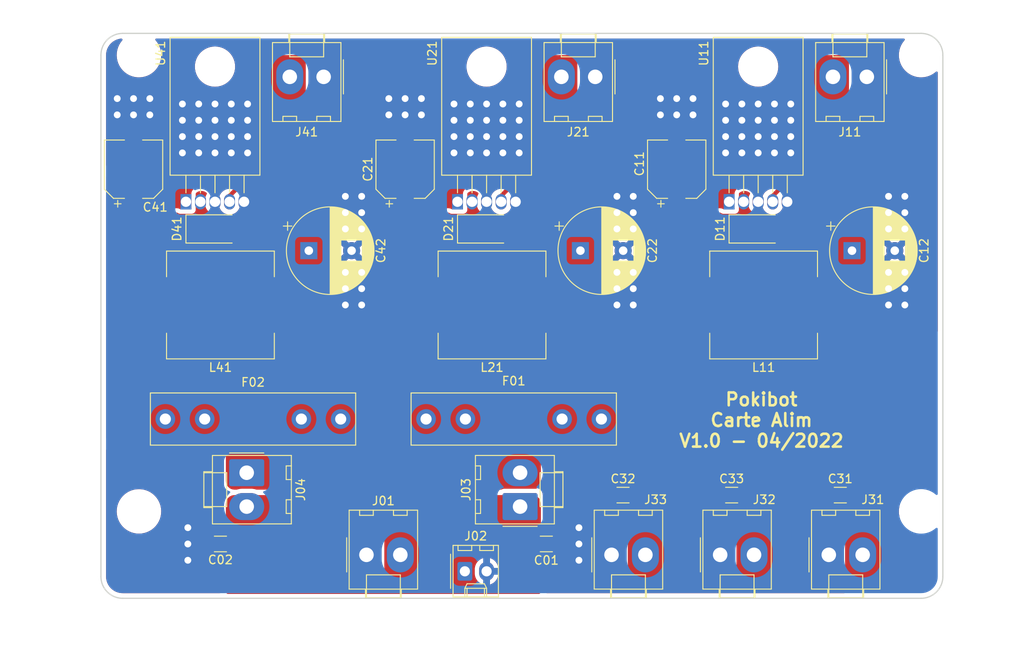
<source format=kicad_pcb>
(kicad_pcb (version 20211014) (generator pcbnew)
  (layers (0 "F.Cu" signal) (31 "B.Cu" signal) (34 "B.Paste" user) (35 "F.Paste" user) (36 "B.SilkS" user "B.Silkscreen") (37 "F.SilkS" user "F.Silkscreen") (38 "B.Mask" user) (39 "F.Mask" user) (44 "Edge.Cuts" user))
  (net 0 "")
  (net 1 "GND")
  (net 2 "Net-(C22-Pad1)")
  (net 3 "Net-(C01-Pad1)")
  (net 4 "Net-(C11-Pad1)")
  (net 5 "Net-(C12-Pad1)")
  (net 6 "Net-(C41-Pad1)")
  (net 7 "Net-(C42-Pad1)")
  (net 8 "Net-(D11-Pad1)")
  (net 9 "Net-(D21-Pad1)")
  (net 10 "Net-(D41-Pad1)")
  (net 11 "Net-(F01-Pad2)")
  (net 12 "Net-(F02-Pad2)")
  (footprint "Inductor_SMD:L_Wuerth_WE-PD-Typ-LS" (layer "F.Cu") (at 99.06 98.425 180)
    (fp_text reference "L41" (at 0 -7.3) (layer "F.SilkS"))
    (fp_text value "100uH")
    (pad "1" smd rect (at -4.95 0 180) (size 2.9 5.4) (layers "F.Cu" "F.Paste" "F.Mask") (net 7 "Net-(C42-Pad1)"))
    (pad "2" smd rect (at 4.95 0 180) (size 2.9 5.4) (layers "F.Cu" "F.Paste" "F.Mask") (net 10 "Net-(D41-Pad1)"))
  )
  (footprint "Connector_Molex:Molex_KK-254_AE-6410-02A_1x02_P2.54mm_Vertical" (layer "F.Cu") (at 127.635 129.56)
    (fp_text reference "J02" (at 1.27 -4.12) (layer "F.SilkS"))
    (fp_text value "Conn_01x02")
    (pad "1" thru_hole roundrect (at 0 0) (size 1.74 2.19) (drill 1.19) (layers *.Cu *.Mask) (roundrect_rratio 0.143678) (net 3 "Net-(C01-Pad1)"))
    (pad "2" thru_hole oval (at 2.54 0) (size 1.74 2.19) (drill 1.19) (layers *.Cu *.Mask) (net 1 "GND"))
  )
  (footprint "Capacitor_SMD:C_1206_3216Metric_Pad1.33x1.80mm_HandSolder" (layer "F.Cu") (at 171.525 120.65 180)
    (fp_text reference "C31" (at 0 1.905) (layer "F.SilkS"))
    (fp_text value "1uF")
    (pad "1" smd roundrect (at -1.5625 0 180) (size 1.325 1.8) (layers "F.Cu" "F.Paste" "F.Mask") (roundrect_rratio 0.188679) (net 4 "Net-(C11-Pad1)"))
    (pad "2" smd roundrect (at 1.5625 0 180) (size 1.325 1.8) (layers "F.Cu" "F.Paste" "F.Mask") (roundrect_rratio 0.188679) (net 1 "GND"))
  )
  (footprint "Capacitor_SMD:C_1206_3216Metric_Pad1.33x1.80mm_HandSolder" (layer "F.Cu") (at 146.125 120.65 180)
    (fp_text reference "C32" (at 0 1.905) (layer "F.SilkS"))
    (fp_text value "1uF")
    (pad "1" smd roundrect (at -1.5625 0 180) (size 1.325 1.8) (layers "F.Cu" "F.Paste" "F.Mask") (roundrect_rratio 0.188679) (net 4 "Net-(C11-Pad1)"))
    (pad "2" smd roundrect (at 1.5625 0 180) (size 1.325 1.8) (layers "F.Cu" "F.Paste" "F.Mask") (roundrect_rratio 0.188679) (net 1 "GND"))
  )
  (footprint "MountingHole:MountingHole_3.2mm_M3" (layer "F.Cu") (at 180.975 122.555)
    (fp_text reference "REF**" hide)
    (fp_text value "MountingHole_3.2mm_M3")
    (pad "" np_thru_hole circle (at 0 0) (size 3.2 3.2) (drill 3.2) (layers F&B.Cu *.Mask) (clearance 1))
  )
  (footprint "MountingHole:MountingHole_3.2mm_M3" (layer "F.Cu") (at 89.535 122.555)
    (fp_text reference "REF**" hide)
    (fp_text value "MountingHole_3.2mm_M3")
    (pad "" np_thru_hole circle (at 0 0) (size 3.2 3.2) (drill 3.2) (layers F&B.Cu *.Mask) (clearance 1))
  )
  (footprint "Connector_Molex:Molex_KK-396_A-41791-0002_1x02_P3.96mm_Vertical" (layer "F.Cu") (at 170.18 127.635)
    (fp_text reference "J31" (at 5.155 -6.455) (layer "F.SilkS"))
    (fp_text value "Conn_01x02")
    (pad "1" thru_hole roundrect (at 0 0) (size 3.16 4.1) (drill 1.7) (layers *.Cu *.Mask) (roundrect_rratio 0.079114) (net 1 "GND"))
    (pad "2" thru_hole oval (at 3.96 0) (size 3.16 4.1) (drill 1.7) (layers *.Cu *.Mask) (net 4 "Net-(C11-Pad1)"))
  )
  (footprint "Package_TO_SOT_THT:TO-220F-5_Horizontal_TabDown" (layer "F.Cu") (at 95.025 86.36)
    (fp_text reference "U41" (at -2.95 -17.355 90) (layer "F.SilkS"))
    (fp_text value "LM2576HVS-5")
    (pad "" np_thru_hole oval (at 3.4 -15.8) (size 3.5 3.5) (drill 3.5) (layers *.Cu *.Mask))
    (pad "1" thru_hole rect (at 0 0) (size 1.275 1.8) (drill 1.2) (layers *.Cu *.Mask) (net 6 "Net-(C41-Pad1)"))
    (pad "2" thru_hole oval (at 1.7 0) (size 1.275 1.8) (drill 1.2) (layers *.Cu *.Mask) (net 10 "Net-(D41-Pad1)"))
    (pad "3" thru_hole oval (at 3.4 0) (size 1.275 1.8) (drill 1.2) (layers *.Cu *.Mask) (net 1 "GND"))
    (pad "4" thru_hole oval (at 5.1 0) (size 1.275 1.8) (drill 1.2) (layers *.Cu *.Mask) (net 7 "Net-(C42-Pad1)"))
    (pad "5" thru_hole oval (at 6.8 0) (size 1.275 1.8) (drill 1.2) (layers *.Cu *.Mask) (net 1 "GND"))
  )
  (footprint "Capacitor_SMD:CP_Elec_6.3x3.9" (layer "F.Cu") (at 88.9 82.55 90)
    (fp_text reference "C41" (at -4.445 2.54 180) (layer "F.SilkS"))
    (fp_text value "100uF")
    (pad "1" smd roundrect (at -2.7 0 90) (size 3.5 1.6) (layers "F.Cu" "F.Paste" "F.Mask") (roundrect_rratio 0.15625) (net 6 "Net-(C41-Pad1)"))
    (pad "2" smd roundrect (at 2.7 0 90) (size 3.5 1.6) (layers "F.Cu" "F.Paste" "F.Mask") (roundrect_rratio 0.15625) (net 1 "GND"))
  )
  (footprint "Inductor_SMD:L_Wuerth_WE-PD-Typ-LS" (layer "F.Cu") (at 162.56 98.425 180)
    (fp_text reference "L11" (at 0 -7.3) (layer "F.SilkS"))
    (fp_text value "100uH")
    (pad "1" smd rect (at -4.95 0 180) (size 2.9 5.4) (layers "F.Cu" "F.Paste" "F.Mask") (net 5 "Net-(C12-Pad1)"))
    (pad "2" smd rect (at 4.95 0 180) (size 2.9 5.4) (layers "F.Cu" "F.Paste" "F.Mask") (net 8 "Net-(D11-Pad1)"))
  )
  (footprint "Connector_Molex:Molex_KK-396_A-41791-0002_1x02_P3.96mm_Vertical" (layer "F.Cu") (at 144.78 127.635)
    (fp_text reference "J33" (at 5.155 -6.455) (layer "F.SilkS"))
    (fp_text value "Conn_01x02")
    (pad "1" thru_hole roundrect (at 0 0) (size 3.16 4.1) (drill 1.7) (layers *.Cu *.Mask) (roundrect_rratio 0.079114) (net 1 "GND"))
    (pad "2" thru_hole oval (at 3.96 0) (size 3.16 4.1) (drill 1.7) (layers *.Cu *.Mask) (net 4 "Net-(C11-Pad1)"))
  )
  (footprint "Capacitor_SMD:C_1206_3216Metric_Pad1.33x1.80mm_HandSolder" (layer "F.Cu") (at 99.06 126.365 180)
    (fp_text reference "C02" (at 0 -1.85) (layer "F.SilkS"))
    (fp_text value "1uF")
    (pad "1" smd roundrect (at -1.5625 0 180) (size 1.325 1.8) (layers "F.Cu" "F.Paste" "F.Mask") (roundrect_rratio 0.188679) (net 3 "Net-(C01-Pad1)"))
    (pad "2" smd roundrect (at 1.5625 0 180) (size 1.325 1.8) (layers "F.Cu" "F.Paste" "F.Mask") (roundrect_rratio 0.188679) (net 1 "GND"))
  )
  (footprint "Diode_SMD:D_SMA" (layer "F.Cu") (at 130.175 89.535)
    (fp_text reference "D21" (at -4.445 0 90) (layer "F.SilkS"))
    (fp_text value "CDBA540")
    (pad "1" smd rect (at -2 0) (size 2.5 1.8) (layers "F.Cu" "F.Paste" "F.Mask") (net 9 "Net-(D21-Pad1)"))
    (pad "2" smd rect (at 2 0) (size 2.5 1.8) (layers "F.Cu" "F.Paste" "F.Mask") (net 1 "GND"))
  )
  (footprint "Fuse:Fuseholder_Littelfuse_100_series_5x20mm" (layer "F.Cu") (at 92.62 111.76)
    (fp_text reference "F02" (at 10.25 -4.3 unlocked) (layer "F.SilkS"))
    (fp_text value "T1A")
    (pad "1" thru_hole circle (at 4.6 0) (size 2.3 2.3) (drill 1.3) (layers *.Cu *.Mask) (net 6 "Net-(C41-Pad1)"))
    (pad "1" thru_hole circle (at 0 0) (size 2.3 2.3) (drill 1.3) (layers *.Cu *.Mask) (net 6 "Net-(C41-Pad1)"))
    (pad "2" thru_hole circle (at 20.5 0) (size 2.3 2.3) (drill 1.3) (layers *.Cu *.Mask) (net 12 "Net-(F02-Pad2)"))
    (pad "2" thru_hole circle (at 15.9 0) (size 2.3 2.3) (drill 1.3) (layers *.Cu *.Mask) (net 12 "Net-(F02-Pad2)"))
  )
  (footprint "Connector_Molex:Molex_KK-396_A-41791-0002_1x02_P3.96mm_Vertical" (layer "F.Cu") (at 116.13 127.635)
    (fp_text reference "J01" (at 1.98 -6.31) (layer "F.SilkS"))
    (fp_text value "Conn_01x02")
    (pad "1" thru_hole roundrect (at 0 0) (size 3.16 4.1) (drill 1.7) (layers *.Cu *.Mask) (roundrect_rratio 0.079114) (net 1 "GND"))
    (pad "2" thru_hole oval (at 3.96 0) (size 3.16 4.1) (drill 1.7) (layers *.Cu *.Mask) (net 3 "Net-(C01-Pad1)"))
  )
  (footprint "Capacitor_SMD:C_1206_3216Metric_Pad1.33x1.80mm_HandSolder" (layer "F.Cu") (at 137.16 126.365)
    (fp_text reference "C01" (at 0 1.905) (layer "F.SilkS"))
    (fp_text value "1uF")
    (pad "1" smd roundrect (at -1.5625 0) (size 1.325 1.8) (layers "F.Cu" "F.Paste" "F.Mask") (roundrect_rratio 0.188679) (net 3 "Net-(C01-Pad1)"))
    (pad "2" smd roundrect (at 1.5625 0) (size 1.325 1.8) (layers "F.Cu" "F.Paste" "F.Mask") (roundrect_rratio 0.188679) (net 1 "GND"))
  )
  (footprint "Package_TO_SOT_THT:TO-220F-5_Horizontal_TabDown" (layer "F.Cu") (at 126.775 86.36)
    (fp_text reference "U21" (at -2.95 -17.355 90) (layer "F.SilkS"))
    (fp_text value "LM2576HVS-12")
    (pad "" np_thru_hole oval (at 3.4 -15.8) (size 3.5 3.5) (drill 3.5) (layers *.Cu *.Mask))
    (pad "1" thru_hole rect (at 0 0) (size 1.275 1.8) (drill 1.2) (layers *.Cu *.Mask) (net 4 "Net-(C11-Pad1)"))
    (pad "2" thru_hole oval (at 1.7 0) (size 1.275 1.8) (drill 1.2) (layers *.Cu *.Mask) (net 9 "Net-(D21-Pad1)"))
    (pad "3" thru_hole oval (at 3.4 0) (size 1.275 1.8) (drill 1.2) (layers *.Cu *.Mask) (net 1 "GND"))
    (pad "4" thru_hole oval (at 5.1 0) (size 1.275 1.8) (drill 1.2) (layers *.Cu *.Mask) (net 2 "Net-(C22-Pad1)"))
    (pad "5" thru_hole oval (at 6.8 0) (size 1.275 1.8) (drill 1.2) (layers *.Cu *.Mask) (net 1 "GND"))
  )
  (footprint "Connector_Molex:Molex_KK-396_A-41791-0002_1x02_P3.96mm_Vertical" (layer "F.Cu") (at 102.13 118.035 -90)
    (fp_text reference "J04" (at 1.98 -6.31 90) (layer "F.SilkS"))
    (fp_text value "Conn_01x02")
    (pad "1" thru_hole roundrect (at 0 0 270) (size 3.16 4.1) (drill 1.7) (layers *.Cu *.Mask) (roundrect_rratio 0.079114) (net 12 "Net-(F02-Pad2)"))
    (pad "2" thru_hole oval (at 3.96 0 270) (size 3.16 4.1) (drill 1.7) (layers *.Cu *.Mask) (net 3 "Net-(C01-Pad1)"))
  )
  (footprint "Fuse:Fuseholder_Littelfuse_100_series_5x20mm" (layer "F.Cu") (at 143.6 111.76 180)
    (fp_text reference "F01" (at 10.25 4.445 unlocked) (layer "F.SilkS"))
    (fp_text value "T15A")
    (pad "1" thru_hole circle (at 0 0 180) (size 2.3 2.3) (drill 1.3) (layers *.Cu *.Mask) (net 4 "Net-(C11-Pad1)"))
    (pad "1" thru_hole circle (at 4.6 0 180) (size 2.3 2.3) (drill 1.3) (layers *.Cu *.Mask) (net 4 "Net-(C11-Pad1)"))
    (pad "2" thru_hole circle (at 20.5 0 180) (size 2.3 2.3) (drill 1.3) (layers *.Cu *.Mask) (net 11 "Net-(F01-Pad2)"))
    (pad "2" thru_hole circle (at 15.9 0 180) (size 2.3 2.3) (drill 1.3) (layers *.Cu *.Mask) (net 11 "Net-(F01-Pad2)"))
  )
  (footprint "Capacitor_THT:CP_Radial_D10.0mm_P5.00mm" (layer "F.Cu") (at 172.892323 92.075)
    (fp_text reference "C12" (at 8.427323 0 90) (layer "F.SilkS"))
    (fp_text value "1000uF")
    (pad "1" thru_hole rect (at 0 0) (size 2 2) (drill 1) (layers *.Cu *.Mask) (net 5 "Net-(C12-Pad1)"))
    (pad "2" thru_hole circle (at 5 0) (size 2 2) (drill 1) (layers *.Cu *.Mask) (net 1 "GND"))
  )
  (footprint "Capacitor_SMD:C_1206_3216Metric_Pad1.33x1.80mm_HandSolder" (layer "F.Cu") (at 158.825 120.65 180)
    (fp_text reference "C33" (at 0 1.905) (layer "F.SilkS"))
    (fp_text value "1uF")
    (pad "1" smd roundrect (at -1.5625 0 180) (size 1.325 1.8) (layers "F.Cu" "F.Paste" "F.Mask") (roundrect_rratio 0.188679) (net 4 "Net-(C11-Pad1)"))
    (pad "2" smd roundrect (at 1.5625 0 180) (size 1.325 1.8) (layers "F.Cu" "F.Paste" "F.Mask") (roundrect_rratio 0.188679) (net 1 "GND"))
  )
  (footprint "Package_TO_SOT_THT:TO-220F-5_Horizontal_TabDown" (layer "F.Cu") (at 158.525 86.36)
    (fp_text reference "U11" (at -2.95 -17.355 90) (layer "F.SilkS"))
    (fp_text value "LM2576HVS-5")
    (pad "" np_thru_hole oval (at 3.4 -15.8) (size 3.5 3.5) (drill 3.5) (layers *.Cu *.Mask))
    (pad "1" thru_hole rect (at 0 0) (size 1.275 1.8) (drill 1.2) (layers *.Cu *.Mask) (net 4 "Net-(C11-Pad1)"))
    (pad "2" thru_hole oval (at 1.7 0) (size 1.275 1.8) (drill 1.2) (layers *.Cu *.Mask) (net 8 "Net-(D11-Pad1)"))
    (pad "3" thru_hole oval (at 3.4 0) (size 1.275 1.8) (drill 1.2) (layers *.Cu *.Mask) (net 1 "GND"))
    (pad "4" thru_hole oval (at 5.1 0) (size 1.275 1.8) (drill 1.2) (layers *.Cu *.Mask) (net 5 "Net-(C12-Pad1)"))
    (pad "5" thru_hole oval (at 6.8 0) (size 1.275 1.8) (drill 1.2) (layers *.Cu *.Mask) (net 1 "GND"))
  )
  (footprint "Diode_SMD:D_SMA" (layer "F.Cu") (at 161.925 89.535)
    (fp_text reference "D11" (at -4.445 0 90) (layer "F.SilkS"))
    (fp_text value "CDBA540")
    (pad "1" smd rect (at -2 0) (size 2.5 1.8) (layers "F.Cu" "F.Paste" "F.Mask") (net 8 "Net-(D11-Pad1)"))
    (pad "2" smd rect (at 2 0) (size 2.5 1.8) (layers "F.Cu" "F.Paste" "F.Mask") (net 1 "GND"))
  )
  (footprint "Inductor_SMD:L_Wuerth_WE-PD-Typ-LS" (layer "F.Cu") (at 130.81 98.425 180)
    (fp_text reference "L21" (at 0 -7.3) (layer "F.SilkS"))
    (fp_text value "100uH")
    (pad "1" smd rect (at -4.95 0 180) (size 2.9 5.4) (layers "F.Cu" "F.Paste" "F.Mask") (net 2 "Net-(C22-Pad1)"))
    (pad "2" smd rect (at 4.95 0 180) (size 2.9 5.4) (layers "F.Cu" "F.Paste" "F.Mask") (net 9 "Net-(D21-Pad1)"))
  )
  (footprint "Connector_Molex:Molex_KK-396_A-41791-0002_1x02_P3.96mm_Vertical" (layer "F.Cu") (at 134.09 121.995 90)
    (fp_text reference "J03" (at 1.98 -6.31 90) (layer "F.SilkS"))
    (fp_text value "Conn_01x02")
    (pad "1" thru_hole roundrect (at 0 0 90) (size 3.16 4.1) (drill 1.7) (layers *.Cu *.Mask) (roundrect_rratio 0.079114) (net 3 "Net-(C01-Pad1)"))
    (pad "2" thru_hole oval (at 3.96 0 90) (size 3.16 4.1) (drill 1.7) (layers *.Cu *.Mask) (net 11 "Net-(F01-Pad2)"))
  )
  (footprint "Capacitor_THT:CP_Radial_D10.0mm_P5.00mm" (layer "F.Cu") (at 141.142323 92.075)
    (fp_text reference "C22" (at 8.427323 0 90) (layer "F.SilkS"))
    (fp_text value "1000uF")
    (pad "1" thru_hole rect (at 0 0) (size 2 2) (drill 1) (layers *.Cu *.Mask) (net 2 "Net-(C22-Pad1)"))
    (pad "2" thru_hole circle (at 5 0) (size 2 2) (drill 1) (layers *.Cu *.Mask) (net 1 "GND"))
  )
  (footprint "Capacitor_THT:CP_Radial_D10.0mm_P5.00mm" (layer "F.Cu") (at 109.392323 92.075)
    (fp_text reference "C42" (at 8.427323 0 90) (layer "F.SilkS"))
    (fp_text value "1000uF")
    (pad "1" thru_hole rect (at 0 0) (size 2 2) (drill 1) (layers *.Cu *.Mask) (net 7 "Net-(C42-Pad1)"))
    (pad "2" thru_hole circle (at 5 0) (size 2 2) (drill 1) (layers *.Cu *.Mask) (net 1 "GND"))
  )
  (footprint "Connector_Molex:Molex_KK-396_A-41791-0002_1x02_P3.96mm_Vertical" (layer "F.Cu") (at 174.625 71.755 180)
    (fp_text reference "J11" (at 1.98 -6.455 180) (layer "F.SilkS"))
    (fp_text value "Conn_01x02")
    (pad "1" thru_hole roundrect (at 0 0 180) (size 3.16 4.1) (drill 1.7) (layers *.Cu *.Mask) (roundrect_rratio 0.079114) (net 1 "GND"))
    (pad "2" thru_hole oval (at 3.96 0 180) (size 3.16 4.1) (drill 1.7) (layers *.Cu *.Mask) (net 5 "Net-(C12-Pad1)"))
  )
  (footprint "MountingHole:MountingHole_3.2mm_M3" (layer "F.Cu") (at 180.975 69.215)
    (fp_text reference "REF**" hide)
    (fp_text value "MountingHole_3.2mm_M3")
    (pad "" np_thru_hole circle (at 0 0) (size 3.2 3.2) (drill 3.2) (layers F&B.Cu *.Mask) (clearance 1))
  )
  (footprint "Diode_SMD:D_SMA" (layer "F.Cu") (at 98.425 89.535)
    (fp_text reference "D41" (at -4.445 0 90) (layer "F.SilkS"))
    (fp_text value "CDBA540")
    (pad "1" smd rect (at -2 0) (size 2.5 1.8) (layers "F.Cu" "F.Paste" "F.Mask") (net 10 "Net-(D41-Pad1)"))
    (pad "2" smd rect (at 2 0) (size 2.5 1.8) (layers "F.Cu" "F.Paste" "F.Mask") (net 1 "GND"))
  )
  (footprint "Capacitor_SMD:CP_Elec_6.3x3.9" (layer "F.Cu") (at 152.4 82.55 90)
    (fp_text reference "C11" (at 0.635 -4.35 90) (layer "F.SilkS"))
    (fp_text value "100uF")
    (pad "1" smd roundrect (at -2.7 0 90) (size 3.5 1.6) (layers "F.Cu" "F.Paste" "F.Mask") (roundrect_rratio 0.15625) (net 4 "Net-(C11-Pad1)"))
    (pad "2" smd roundrect (at 2.7 0 90) (size 3.5 1.6) (layers "F.Cu" "F.Paste" "F.Mask") (roundrect_rratio 0.15625) (net 1 "GND"))
  )
  (footprint "Connector_Molex:Molex_KK-396_A-41791-0002_1x02_P3.96mm_Vertical" (layer "F.Cu") (at 111.125 71.755 180)
    (fp_text reference "J41" (at 1.98 -6.455 180) (layer "F.SilkS"))
    (fp_text value "Conn_01x02")
    (pad "1" thru_hole roundrect locked (at 0 0 180) (size 3.16 4.1) (drill 1.7) (layers *.Cu *.Mask) (roundrect_rratio 0.079114) (net 1 "GND"))
    (pad "2" thru_hole oval (at 3.96 0 180) (size 3.16 4.1) (drill 1.7) (layers *.Cu *.Mask) (net 7 "Net-(C42-Pad1)"))
  )
  (footprint "Capacitor_SMD:CP_Elec_6.3x3.9" (layer "F.Cu") (at 120.65 82.55 90)
    (fp_text reference "C21" (at 0 -4.35 90) (layer "F.SilkS"))
    (fp_text value "100uF")
    (pad "1" smd roundrect (at -2.7 0 90) (size 3.5 1.6) (layers "F.Cu" "F.Paste" "F.Mask") (roundrect_rratio 0.15625) (net 4 "Net-(C11-Pad1)"))
    (pad "2" smd roundrect (at 2.7 0 90) (size 3.5 1.6) (layers "F.Cu" "F.Paste" "F.Mask") (roundrect_rratio 0.15625) (net 1 "GND"))
  )
  (footprint "Connector_Molex:Molex_KK-396_A-41791-0002_1x02_P3.96mm_Vertical" (layer "F.Cu") (at 157.48 127.635)
    (fp_text reference "J32" (at 5.155 -6.455) (layer "F.SilkS"))
    (fp_text value "Conn_01x02")
    (pad "1" thru_hole roundrect (at 0 0) (size 3.16 4.1) (drill 1.7) (layers *.Cu *.Mask) (roundrect_rratio 0.079114) (net 1 "GND"))
    (pad "2" thru_hole oval (at 3.96 0) (size 3.16 4.1) (drill 1.7) (layers *.Cu *.Mask) (net 4 "Net-(C11-Pad1)"))
  )
  (footprint "MountingHole:MountingHole_3.2mm_M3" (layer "F.Cu") (at 89.535 69.215)
    (fp_text reference "REF**" hide)
    (fp_text value "MountingHole_3.2mm_M3")
    (pad "" np_thru_hole circle (at 0 0) (size 3.2 3.2) (drill 3.2) (layers F&B.Cu *.Mask) (clearance 1))
  )
  (footprint "Connector_Molex:Molex_KK-396_A-41791-0002_1x02_P3.96mm_Vertical" (layer "F.Cu") (at 142.875 71.755 180)
    (fp_text reference "J21" (at 1.98 -6.455 180) (layer "F.SilkS"))
    (fp_text value "Conn_01x02")
    (pad "1" thru_hole roundrect (at 0 0 180) (size 3.16 4.1) (drill 1.7) (layers *.Cu *.Mask) (roundrect_rratio 0.079114) (net 1 "GND"))
    (pad "2" thru_hole oval (at 3.96 0 180) (size 3.16 4.1) (drill 1.7) (layers *.Cu *.Mask) (net 2 "Net-(C22-Pad1)"))
  )
  (gr_line (start 183.514999 130.175001) (end 183.514999 69.215001) (layer "Edge.Cuts") (width 0.15))
  (gr_arc (start 183.515 130.175) (mid 182.771051 131.971051) (end 180.975 132.715) (layer "Edge.Cuts") (width 0.15))
  (gr_line (start 180.975 66.675) (end 87.63 66.675) (layer "Edge.Cuts") (width 0.15))
  (gr_line (start 87.63 132.715) (end 180.975 132.715) (layer "Edge.Cuts") (width 0.15))
  (gr_arc (start 180.975 66.675) (mid 182.771051 67.418949) (end 183.515 69.215) (layer "Edge.Cuts") (width 0.15))
  (gr_line (start 85.09 69.215) (end 85.09 130.175) (layer "Edge.Cuts") (width 0.15))
  (gr_arc (start 85.09 69.215) (mid 85.833949 67.418949) (end 87.63 66.675) (layer "Edge.Cuts") (width 0.15))
  (gr_arc (start 87.63 132.715) (mid 85.833949 131.971051) (end 85.09 130.175) (layer "Edge.Cuts") (width 0.15))
  (gr_text "Pokibot\nCarte Alim\nV1.0 - 04/2022" (at 162.306 111.887) (layer "F.SilkS") (effects (font (size 1.5 1.5) (thickness 0.3))))
  (via (at 118.745 76.2) (size 1.6) (drill 0.8) (layers "F.Cu" "B.Cu") (net 1))
  (via (at 140.97 128.27) (size 1.6) (drill 0.8) (layers "F.Cu" "B.Cu") (net 1))
  (via (at 161.925 80.645) (size 1.6) (drill 0.8) (layers "F.Cu" "B.Cu") (net 1))
  (via (at 126.365 78.74) (size 1.6) (drill 0.8) (layers "F.Cu" "B.Cu") (net 1))
  (via (at 113.665 96.52) (size 1.6) (drill 0.8) (layers "F.Cu" "B.Cu") (net 1))
  (via (at 90.805 76.2) (size 1.6) (drill 0.8) (layers "F.Cu" "B.Cu") (net 1))
  (via (at 165.735 80.645) (size 1.6) (drill 0.8) (layers "F.Cu" "B.Cu") (net 1))
  (via (at 128.27 74.93) (size 1.6) (drill 0.8) (layers "F.Cu" "B.Cu") (net 1))
  (via (at 179.07 94.615) (size 1.6) (drill 0.8) (layers "F.Cu" "B.Cu") (net 1))
  (via (at 163.83 80.645) (size 1.6) (drill 0.8) (layers "F.Cu" "B.Cu") (net 1))
  (via (at 147.32 85.725) (size 1.6) (drill 0.8) (layers "F.Cu" "B.Cu") (net 1))
  (via (at 95.25 126.365) (size 1.6) (drill 0.8) (layers "F.Cu" "B.Cu") (net 1))
  (via (at 163.83 78.74) (size 1.6) (drill 0.8) (layers "F.Cu" "B.Cu") (net 1))
  (via (at 132.08 74.93) (size 1.6) (drill 0.8) (layers "F.Cu" "B.Cu") (net 1))
  (via (at 130.175 76.835) (size 1.6) (drill 0.8) (layers "F.Cu" "B.Cu") (net 1))
  (via (at 163.83 76.835) (size 1.6) (drill 0.8) (layers "F.Cu" "B.Cu") (net 1))
  (via (at 177.165 96.52) (size 1.6) (drill 0.8) (layers "F.Cu" "B.Cu") (net 1))
  (via (at 179.07 87.63) (size 1.6) (drill 0.8) (layers "F.Cu" "B.Cu") (net 1))
  (via (at 96.52 78.74) (size 1.6) (drill 0.8) (layers "F.Cu" "B.Cu") (net 1))
  (via (at 95.25 124.46) (size 1.6) (drill 0.8) (layers "F.Cu" "B.Cu") (net 1))
  (via (at 130.175 80.645) (size 1.6) (drill 0.8) (layers "F.Cu" "B.Cu") (net 1))
  (via (at 132.08 78.74) (size 1.6) (drill 0.8) (layers "F.Cu" "B.Cu") (net 1))
  (via (at 100.33 80.645) (size 1.6) (drill 0.8) (layers "F.Cu" "B.Cu") (net 1))
  (via (at 102.235 74.93) (size 1.6) (drill 0.8) (layers "F.Cu" "B.Cu") (net 1))
  (via (at 98.425 80.645) (size 1.6) (drill 0.8) (layers "F.Cu" "B.Cu") (net 1))
  (via (at 86.995 76.2) (size 1.6) (drill 0.8) (layers "F.Cu" "B.Cu") (net 1))
  (via (at 94.615 76.835) (size 1.6) (drill 0.8) (layers "F.Cu" "B.Cu") (net 1))
  (via (at 113.665 94.615) (size 1.6) (drill 0.8) (layers "F.Cu" "B.Cu") (net 1))
  (via (at 115.57 87.63) (size 1.6) (drill 0.8) (layers "F.Cu" "B.Cu") (net 1))
  (via (at 133.985 78.74) (size 1.6) (drill 0.8) (layers "F.Cu" "B.Cu") (net 1))
  (via (at 147.32 87.63) (size 1.6) (drill 0.8) (layers "F.Cu" "B.Cu") (net 1))
  (via (at 126.365 80.645) (size 1.6) (drill 0.8) (layers "F.Cu" "B.Cu") (net 1))
  (via (at 128.27 78.74) (size 1.6) (drill 0.8) (layers "F.Cu" "B.Cu") (net 1))
  (via (at 158.115 80.645) (size 1.6) (drill 0.8) (layers "F.Cu" "B.Cu") (net 1))
  (via (at 100.33 76.835) (size 1.6) (drill 0.8) (layers "F.Cu" "B.Cu") (net 1))
  (via (at 120.65 74.295) (size 1.6) (drill 0.8) (layers "F.Cu" "B.Cu") (net 1))
  (via (at 160.02 74.93) (size 1.6) (drill 0.8) (layers "F.Cu" "B.Cu") (net 1))
  (via (at 88.9 76.2) (size 1.6) (drill 0.8) (layers "F.Cu" "B.Cu") (net 1))
  (via (at 160.02 80.645) (size 1.6) (drill 0.8) (layers "F.Cu" "B.Cu") (net 1))
  (via (at 102.235 78.74) (size 1.6) (drill 0.8) (layers "F.Cu" "B.Cu") (net 1))
  (via (at 118.745 74.295) (size 1.6) (drill 0.8) (layers "F.Cu" "B.Cu") (net 1))
  (via (at 152.4 76.2) (size 1.6) (drill 0.8) (layers "F.Cu" "B.Cu") (net 1))
  (via (at 88.9 74.295) (size 1.6) (drill 0.8) (layers "F.Cu" "B.Cu") (net 1))
  (via (at 100.33 74.93) (size 1.6) (drill 0.8) (layers "F.Cu" "B.Cu") (net 1))
  (via (at 150.495 76.2) (size 1.6) (drill 0.8) (layers "F.Cu" "B.Cu") (net 1))
  (via (at 102.235 80.645) (size 1.6) (drill 0.8) (layers "F.Cu" "B.Cu") (net 1))
  (via (at 140.97 126.365) (size 1.6) (drill 0.8) (layers "F.Cu" "B.Cu") (net 1))
  (via (at 179.07 96.52) (size 1.6) (drill 0.8) (layers "F.Cu" "B.Cu") (net 1))
  (via (at 126.365 74.93) (size 1.6) (drill 0.8) (layers "F.Cu" "B.Cu") (net 1))
  (via (at 96.52 74.93) (size 1.6) (drill 0.8) (layers "F.Cu" "B.Cu") (net 1))
  (via (at 152.4 74.295) (size 1.6) (drill 0.8) (layers "F.Cu" "B.Cu") (net 1))
  (via (at 165.735 78.74) (size 1.6) (drill 0.8) (layers "F.Cu" "B.Cu") (net 1))
  (via (at 113.665 89.535) (size 1.6) (drill 0.8) (layers "F.Cu" "B.Cu") (net 1))
  (via (at 145.415 85.725) (size 1.6) (drill 0.8) (layers "F.Cu" "B.Cu") (net 1))
  (via (at 133.985 76.835) (size 1.6) (drill 0.8) (layers "F.Cu" "B.Cu") (net 1))
  (via (at 179.07 85.725) (size 1.6) (drill 0.8) (layers "F.Cu" "B.Cu") (net 1))
  (via (at 128.27 80.645) (size 1.6) (drill 0.8) (layers "F.Cu" "B.Cu") (net 1))
  (via (at 102.235 76.835) (size 1.6) (drill 0.8) (layers "F.Cu" "B.Cu") (net 1))
  (via (at 147.32 94.615) (size 1.6) (drill 0.8) (layers "F.Cu" "B.Cu") (net 1))
  (via (at 122.555 74.295) (size 1.6) (drill 0.8) (layers "F.Cu" "B.Cu") (net 1))
  (via (at 147.32 98.425) (size 1.6) (drill 0.8) (layers "F.Cu" "B.Cu") (net 1))
  (via (at 90.805 74.295) (size 1.6) (drill 0.8) (layers "F.Cu" "B.Cu") (net 1))
  (via (at 132.08 76.835) (size 1.6) (drill 0.8) (layers "F.Cu" "B.Cu") (net 1))
  (via (at 145.415 87.63) (size 1.6) (drill 0.8) (layers "F.Cu" "B.Cu") (net 1))
  (via (at 96.52 80.645) (size 1.6) (drill 0.8) (layers "F.Cu" "B.Cu") (net 1))
  (via (at 96.52 76.835) (size 1.6) (drill 0.8) (layers "F.Cu" "B.Cu") (net 1))
  (via (at 161.925 78.74) (size 1.6) (drill 0.8) (layers "F.Cu" "B.Cu") (net 1))
  (via (at 154.305 74.295) (size 1.6) (drill 0.8) (layers "F.Cu" "B.Cu") (net 1))
  (via (at 130.175 74.93) (size 1.6) (drill 0.8) (layers "F.Cu" "B.Cu") (net 1))
  (via (at 179.07 89.535) (size 1.6) (drill 0.8) (layers "F.Cu" "B.Cu") (net 1))
  (via (at 115.57 96.52) (size 1.6) (drill 0.8) (layers "F.Cu" "B.Cu") (net 1))
  (via (at 115.57 94.615) (size 1.6) (drill 0.8) (layers "F.Cu" "B.Cu") (net 1))
  (via (at 147.32 89.535) (size 1.6) (drill 0.8) (layers "F.Cu" "B.Cu") (net 1))
  (via (at 115.57 85.725) (size 1.6) (drill 0.8) (layers "F.Cu" "B.Cu") (net 1))
  (via (at 179.07 98.425) (size 1.6) (drill 0.8) (layers "F.Cu" "B.Cu") (net 1))
  (via (at 145.415 98.425) (size 1.6) (drill 0.8) (layers "F.Cu" "B.Cu") (net 1))
  (via (at 145.415 96.52) (size 1.6) (drill 0.8) (layers "F.Cu" "B.Cu") (net 1))
  (via (at 115.57 89.535) (size 1.6) (drill 0.8) (layers "F.Cu" "B.Cu") (net 1))
  (via (at 133.985 74.93) (size 1.6) (drill 0.8) (layers "F.Cu" "B.Cu") (net 1))
  (via (at 86.995 74.295) (size 1.6) (drill 0.8) (layers "F.Cu" "B.Cu") (net 1))
  (via (at 177.165 89.535) (size 1.6) (drill 0.8) (layers "F.Cu" "B.Cu") (net 1))
  (via (at 160.02 76.835) (size 1.6) (drill 0.8) (layers "F.Cu" "B.Cu") (net 1))
  (via (at 154.305 76.2) (size 1.6) (drill 0.8) (layers "F.Cu" "B.Cu") (net 1))
  (via (at 177.165 94.615) (size 1.6) (drill 0.8) (layers "F.Cu" "B.Cu") (net 1))
  (via (at 94.615 74.93) (size 1.6) (drill 0.8) (layers "F.Cu" "B.Cu") (net 1))
  (via (at 113.665 87.63) (size 1.6) (drill 0.8) (layers "F.Cu" "B.Cu") (net 1))
  (via (at 113.665 85.725) (size 1.6) (drill 0.8) (layers "F.Cu" "B.Cu") (net 1))
  (via (at 150.495 74.295) (size 1.6) (drill 0.8) (layers "F.Cu" "B.Cu") (net 1))
  (via (at 120.65 76.2) (size 1.6) (drill 0.8) (layers "F.Cu" "B.Cu") (net 1))
  (via (at 158.115 76.835) (size 1.6) (drill 0.8) (layers "F.Cu" "B.Cu") (net 1))
  (via (at 147.32 96.52) (size 1.6) (drill 0.8) (layers "F.Cu" "B.Cu") (net 1))
  (via (at 94.615 80.645) (size 1.6) (drill 0.8) (layers "F.Cu" "B.Cu") (net 1))
  (via (at 126.365 76.835) (size 1.6) (drill 0.8) (layers "F.Cu" "B.Cu") (net 1))
  (via (at 145.415 94.615) (size 1.6) (drill 0.8) (layers "F.Cu" "B.Cu") (net 1))
  (via (at 161.925 74.93) (size 1.6) (drill 0.8) (layers "F.Cu" "B.Cu") (net 1))
  (via (at 160.02 78.74) (size 1.6) (drill 0.8) (layers "F.Cu" "B.Cu") (net 1))
  (via (at 140.97 124.46) (size 1.6) (drill 0.8) (layers "F.Cu" "B.Cu") (net 1))
  (via (at 98.425 74.93) (size 1.6) (drill 0.8) (layers "F.Cu" "B.Cu") (net 1))
  (via (at 177.165 98.425) (size 1.6) (drill 0.8) (layers "F.Cu" "B.Cu") (net 1))
  (via (at 128.27 76.835) (size 1.6) (drill 0.8) (layers "F.Cu" "B.Cu") (net 1))
  (via (at 115.57 98.425) (size 1.6) (drill 0.8) (layers "F.Cu" "B.Cu") (net 1))
  (via (at 132.08 80.645) (size 1.6) (drill 0.8) (layers "F.Cu" "B.Cu") (net 1))
  (via (at 133.985 80.645) (size 1.6) (drill 0.8) (layers "F.Cu" "B.Cu") (net 1))
  (via (at 158.115 74.93) (size 1.6) (drill 0.8) (layers "F.Cu" "B.Cu") (net 1))
  (via (at 94.615 78.74) (size 1.6) (drill 0.8) (layers "F.Cu" "B.Cu") (net 1))
  (via (at 145.415 89.535) (size 1.6) (drill 0.8) (layers "F.Cu" "B.Cu") (net 1))
  (via (at 165.735 74.93) (size 1.6) (drill 0.8) (layers "F.Cu" "B.Cu") (net 1))
  (via (at 130.175 78.74) (size 1.6) (drill 0.8) (layers "F.Cu" "B.Cu") (net 1))
  (via (at 165.735 76.835) (size 1.6) (drill 0.8) (layers "F.Cu" "B.Cu") (net 1))
  (via (at 98.425 78.74) (size 1.6) (drill 0.8) (layers "F.Cu" "B.Cu") (net 1))
  (via (at 177.165 87.63) (size 1.6) (drill 0.8) (layers "F.Cu" "B.Cu") (net 1))
  (via (at 95.25 128.27) (size 1.6) (drill 0.8) (layers "F.Cu" "B.Cu") (net 1))
  (via (at 113.665 98.425) (size 1.6) (drill 0.8) (layers "F.Cu" "B.Cu") (net 1))
  (via (at 122.555 76.2) (size 1.6) (drill 0.8) (layers "F.Cu" "B.Cu") (net 1))
  (via (at 158.115 78.74) (size 1.6) (drill 0.8) (layers "F.Cu" "B.Cu") (net 1))
  (via (at 98.425 76.835) (size 1.6) (drill 0.8) (layers "F.Cu" "B.Cu") (net 1))
  (via (at 177.165 85.725) (size 1.6) (drill 0.8) (layers "F.Cu" "B.Cu") (net 1))
  (via (at 163.83 74.93) (size 1.6) (drill 0.8) (layers "F.Cu" "B.Cu") (net 1))
  (via (at 100.33 78.74) (size 1.6) (drill 0.8) (layers "F.Cu" "B.Cu") (net 1))
  (via (at 161.925 76.835) (size 1.6) (drill 0.8) (layers "F.Cu" "B.Cu") (net 1))
  (segment (start 133.7275 83.82) (end 136.525 83.82) (width 0.5) (layer "F.Cu") (net 2))
  (segment (start 131.875 85.6725) (end 133.7275 83.82) (width 0.5) (layer "F.Cu") (net 2))
  (segment (start 131.875 85.935) (end 131.875 85.6725) (width 0.5) (layer "F.Cu") (net 2))
  (segment (start 165.4775 83.82) (end 168.275 83.82) (width 0.5) (layer "F.Cu") (net 5))
  (segment (start 163.625 85.6725) (end 165.4775 83.82) (width 0.5) (layer "F.Cu") (net 5))
  (segment (start 163.625 85.935) (end 163.625 85.6725) (width 0.5) (layer "F.Cu") (net 5))
  (segment (start 101.9775 83.82) (end 104.775 83.82) (width 0.5) (layer "F.Cu") (net 7))
  (segment (start 100.125 85.6725) (end 101.9775 83.82) (width 0.5) (layer "F.Cu") (net 7))
  (segment (start 100.125 85.935) (end 100.125 85.6725) (width 0.5) (layer "F.Cu") (net 7))
  (zone (net 11) (net_name "Net-(F01-Pad2)") (layer "F.Cu") (priority 2) (connect_pads yes (clearance 0.508)) (min_thickness 0.254) (fill yes (thermal_gap 0.508) (thermal_bridge_width 0.508) (smoothing fillet) (radius 1))
    (polygon (pts (xy 136.525 108.585) (xy 136.525 120.015) (xy 120.65 120.015) (xy 120.65 108.585)))
  )
  (zone (net 12) (net_name "Net-(F02-Pad2)") (layer "F.Cu") (priority 2) (connect_pads yes (clearance 0.508)) (min_thickness 0.254) (fill yes (thermal_gap 0.508) (thermal_bridge_width 0.508) (smoothing fillet) (radius 1))
    (polygon (pts (xy 115.57 120.015) (xy 99.695 120.015) (xy 99.695 108.585) (xy 115.57 108.585)))
  )
  (zone (net 9) (net_name "Net-(D21-Pad1)") (layer "F.Cu") (priority 2) (connect_pads yes (clearance 0.508)) (min_thickness 0.254) (fill yes (thermal_gap 0.508) (thermal_bridge_width 0.508) (smoothing fillet) (radius 1))
    (polygon (pts (xy 129.54 101.6) (xy 123.825 101.6) (xy 123.825 87.63) (xy 127.635 87.63) (xy 127.635 85.09) (xy 129.54 85.09)))
  )
  (zone (net 0) (net_name "") (layer "F.Cu") (connect_pads (clearance 0)) (min_thickness 0.254)
    (keepout (tracks not_allowed) (vias not_allowed) (pads not_allowed) (copperpour not_allowed) (footprints allowed))
    (fill (thermal_gap 0.508) (thermal_bridge_width 0.8))
    (polygon (pts (xy 165.709527 101.6) (xy 161.264527 101.6) (xy 161.264527 91.44) (xy 165.709527 91.44)))
  )
  (zone (net 0) (net_name "") (layer "F.Cu") (connect_pads yes (clearance 0)) (min_thickness 0.254)
    (keepout (tracks not_allowed) (vias not_allowed) (pads not_allowed) (copperpour not_allowed) (footprints allowed))
    (fill (thermal_gap 0.508) (thermal_bridge_width 0.8))
    (polygon (pts (xy 178.435 132.715) (xy 172.085 132.715) (xy 172.085 130.81) (xy 178.435 130.81)))
  )
  (zone (net 4) (net_name "Net-(C11-Pad1)") (layer "F.Cu") (priority 1) (connect_pads yes (clearance 0.508)) (min_thickness 0.254) (fill yes (thermal_gap 0.508) (thermal_bridge_width 0.508) (smoothing fillet) (radius 1))
    (polygon (pts (xy 159.385 87.63) (xy 154.94 87.63) (xy 154.94 102.235) (xy 149.225 102.235) (xy 149.225 82.55) (xy 159.385 82.55)))
  )
  (zone (net 7) (net_name "Net-(C42-Pad1)") (layer "F.Cu") (priority 1) (connect_pads yes (clearance 0.508)) (min_thickness 0.254) (fill yes (thermal_gap 0.508) (thermal_bridge_width 0.508) (smoothing fillet) (radius 1))
    (polygon (pts (xy 109.216301 74.295) (xy 111.756301 74.295) (xy 111.756301 101.6) (xy 102.231301 101.6) (xy 102.231301 92.075) (xy 104.136301 92.075) (xy 104.136301 69.215) (xy 109.216301 69.215)))
  )
  (zone (net 0) (net_name "") (layer "F.Cu") (connect_pads (clearance 0)) (min_thickness 0.254)
    (keepout (tracks not_allowed) (vias not_allowed) (pads not_allowed) (copperpour not_allowed) (footprints allowed))
    (fill (thermal_gap 0.508) (thermal_bridge_width 0.8))
    (polygon (pts (xy 102.235 105.029) (xy 97.79 105.029) (xy 97.79 91.44) (xy 102.235 91.44)))
  )
  (zone (net 4) (net_name "Net-(C11-Pad1)") (layer "F.Cu") (priority 2) (connect_pads yes (clearance 0)) (min_thickness 0.254) (fill yes (thermal_gap 0.508) (thermal_bridge_width 0.8) (smoothing fillet) (radius 1))
    (polygon (pts (xy 178.435 130.81) (xy 172.085 130.81) (xy 172.085 125.73) (xy 171.45 125.73) (xy 171.45 118.745) (xy 165.735 118.745) (xy 165.735 130.81) (xy 159.385 130.81) (xy 159.385 125.73) (xy 158.75 125.73) (xy 158.75 118.745) (xy 153.035 118.745) (xy 153.035 130.81) (xy 146.685 130.81) (xy 146.685 125.73) (xy 146.05 125.73) (xy 146.05 118.745) (xy 141.605 118.745) (xy 137.16 115.57) (xy 137.16 102.235) (xy 178.435 102.235)))
  )
  (zone (net 6) (net_name "Net-(C41-Pad1)") (layer "F.Cu") (priority 1) (connect_pads yes (clearance 0.508)) (min_thickness 0.254) (fill yes (thermal_gap 0.508) (thermal_bridge_width 0.508) (smoothing fillet) (radius 1))
    (polygon (pts (xy 95.881301 87.63) (xy 91.436301 87.63) (xy 91.436301 108.585) (xy 99.056301 108.585) (xy 99.056301 114.935) (xy 85.721301 114.935) (xy 85.721301 82.55) (xy 95.881301 82.55)))
  )
  (zone (net 1) (net_name "GND") (layer "F.Cu") (connect_pads (clearance 0.6)) (min_thickness 0.254) (fill yes (thermal_gap 0.508) (thermal_bridge_width 0.8) (smoothing fillet) (radius 1))
    (polygon (pts (xy 183.515 132.715) (xy 85.09 132.715) (xy 85.09 66.675) (xy 183.515 66.675)))
  )
  (zone (net 3) (net_name "Net-(C01-Pad1)") (layer "F.Cu") (priority 1) (connect_pads yes (clearance 0.508)) (min_thickness 0.254) (fill yes (thermal_gap 0.508) (thermal_bridge_width 0.508) (smoothing fillet) (radius 1))
    (polygon (pts (xy 136.525 132.715) (xy 99.695 132.715) (xy 99.695 120.65) (xy 136.525 120.65)))
  )
  (zone (net 5) (net_name "Net-(C12-Pad1)") (layer "F.Cu") (priority 1) (connect_pads yes (clearance 0.508)) (min_thickness 0.254) (fill yes (thermal_gap 0.508) (thermal_bridge_width 0.508) (smoothing fillet) (radius 1))
    (polygon (pts (xy 172.72 74.295) (xy 175.26 74.295) (xy 175.26 101.6) (xy 165.735 101.6) (xy 165.735 92.075) (xy 167.64 92.075) (xy 167.64 69.215) (xy 172.72 69.215)))
  )
  (zone (net 8) (net_name "Net-(D11-Pad1)") (layer "F.Cu") (priority 2) (connect_pads yes (clearance 0.508)) (min_thickness 0.254) (fill yes (thermal_gap 0.508) (thermal_bridge_width 0.508) (smoothing fillet) (radius 1))
    (polygon (pts (xy 161.29 101.6) (xy 155.575 101.6) (xy 155.575 87.63) (xy 159.385 87.63) (xy 159.385 85.09) (xy 161.29 85.09)))
  )
  (zone (net 4) (net_name "Net-(C11-Pad1)") (layer "F.Cu") (priority 1) (connect_pads yes (clearance 0.508)) (min_thickness 0.254) (fill yes (thermal_gap 0.508) (thermal_bridge_width 0.508) (smoothing fillet) (radius 1))
    (polygon (pts (xy 127.635 87.63) (xy 123.19 87.63) (xy 123.19 102.235) (xy 137.16 102.235) (xy 137.16 107.95) (xy 117.475 107.95) (xy 117.475 82.55) (xy 127.635 82.55)))
  )
  (zone (net 10) (net_name "Net-(D41-Pad1)") (layer "F.Cu") (priority 2) (connect_pads yes (clearance 0.508)) (min_thickness 0.254) (fill yes (thermal_gap 0.508) (thermal_bridge_width 0.508) (smoothing fillet) (radius 1))
    (polygon (pts (xy 97.786301 101.6) (xy 92.071301 101.6) (xy 92.071301 87.63) (xy 95.881301 87.63) (xy 95.881301 85.09) (xy 97.786301 85.09)))
  )
  (zone (net 2) (net_name "Net-(C22-Pad1)") (layer "F.Cu") (priority 1) (connect_pads yes (clearance 0.508)) (min_thickness 0.254) (fill yes (thermal_gap 0.508) (thermal_bridge_width 0.508) (smoothing fillet) (radius 1))
    (polygon (pts (xy 140.97 74.295) (xy 143.51 74.295) (xy 143.51 101.6) (xy 133.985 101.6) (xy 133.985 92.075) (xy 135.89 92.075) (xy 135.89 69.215) (xy 140.97 69.215)))
  )
  (zone (net 0) (net_name "") (layer "F.Cu") (connect_pads (clearance 0)) (min_thickness 0.254)
    (keepout (tracks not_allowed) (vias not_allowed) (pads not_allowed) (copperpour not_allowed) (footprints allowed))
    (fill (thermal_gap 0.508) (thermal_bridge_width 0.8))
    (polygon (pts (xy 117.475 105.029) (xy 92.075 105.029) (xy 92.075 101.6) (xy 117.475 101.6)))
  )
  (zone (net 0) (net_name "") (layer "F.Cu") (connect_pads yes (clearance 0)) (min_thickness 0.254)
    (keepout (tracks allowed) (vias allowed) (pads allowed) (copperpour not_allowed) (footprints allowed))
    (fill (thermal_gap 0.508) (thermal_bridge_width 0.8))
    (polygon (pts (xy 183.515 132.715) (xy 178.435 132.715) (xy 178.435 101.6) (xy 183.515 101.6)))
  )
  (zone (net 0) (net_name "") (layer "F.Cu") (connect_pads (clearance 0)) (min_thickness 0.254)
    (keepout (tracks not_allowed) (vias not_allowed) (pads not_allowed) (copperpour not_allowed) (footprints allowed))
    (fill (thermal_gap 0.508) (thermal_bridge_width 0.8))
    (polygon (pts (xy 133.985 101.6) (xy 129.54 101.6) (xy 129.54 91.44) (xy 133.985 91.44)))
  )
  (zone (net 1) (net_name "GND") (layer "B.Cu") (connect_pads (clearance 0.6)) (min_thickness 0.254) (fill yes (thermal_gap 0.508) (thermal_bridge_width 0.8) (smoothing fillet) (radius 1))
    (polygon (pts (xy 183.515 132.715) (xy 85.09 132.715) (xy 85.09 66.675) (xy 183.515 66.675)))
  )
)
</source>
